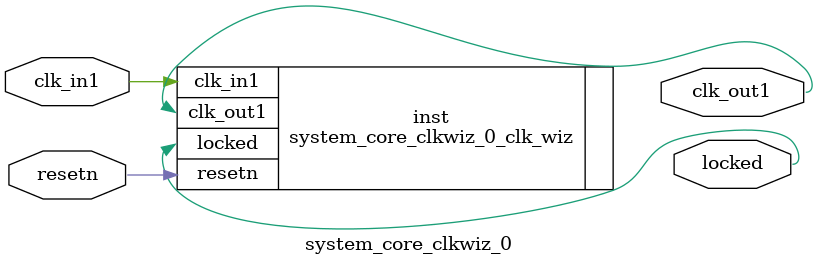
<source format=v>


`timescale 1ps/1ps

(* CORE_GENERATION_INFO = "system_core_clkwiz_0,clk_wiz_v6_0_3_0_0,{component_name=system_core_clkwiz_0,use_phase_alignment=true,use_min_o_jitter=false,use_max_i_jitter=false,use_dyn_phase_shift=false,use_inclk_switchover=false,use_dyn_reconfig=false,enable_axi=0,feedback_source=FDBK_AUTO,PRIMITIVE=MMCM,num_out_clk=1,clkin1_period=10.000,clkin2_period=10.000,use_power_down=false,use_reset=true,use_locked=true,use_inclk_stopped=false,feedback_type=SINGLE,CLOCK_MGR_TYPE=NA,manual_override=false}" *)

module system_core_clkwiz_0 
 (
  // Clock out ports
  output        clk_out1,
  // Status and control signals
  input         resetn,
  output        locked,
 // Clock in ports
  input         clk_in1
 );

  system_core_clkwiz_0_clk_wiz inst
  (
  // Clock out ports  
  .clk_out1(clk_out1),
  // Status and control signals               
  .resetn(resetn), 
  .locked(locked),
 // Clock in ports
  .clk_in1(clk_in1)
  );

endmodule

</source>
